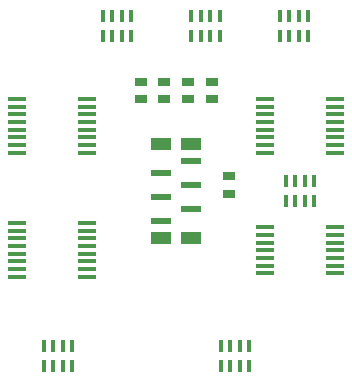
<source format=gbp>
G04 #@! TF.GenerationSoftware,KiCad,Pcbnew,(5.1.9)-1*
G04 #@! TF.CreationDate,2023-02-02T22:46:09+01:00*
G04 #@! TF.ProjectId,Leds,4c656473-2e6b-4696-9361-645f70636258,rev?*
G04 #@! TF.SameCoordinates,PXd59f80PYd59f80*
G04 #@! TF.FileFunction,Paste,Bot*
G04 #@! TF.FilePolarity,Positive*
%FSLAX46Y46*%
G04 Gerber Fmt 4.6, Leading zero omitted, Abs format (unit mm)*
G04 Created by KiCad (PCBNEW (5.1.9)-1) date 2023-02-02 22:46:09*
%MOMM*%
%LPD*%
G01*
G04 APERTURE LIST*
%ADD10R,1.000000X0.700000*%
%ADD11R,1.800000X1.000000*%
%ADD12R,1.800000X0.600000*%
%ADD13R,1.500000X0.400000*%
%ADD14R,0.400000X1.100000*%
G04 APERTURE END LIST*
D10*
X13000000Y-11750000D03*
X13000000Y-13250000D03*
X15000000Y-11750000D03*
X15000000Y-13250000D03*
X17000000Y-11750000D03*
X17000000Y-13250000D03*
X19000000Y-11750000D03*
X19000000Y-13250000D03*
X20500000Y-21250000D03*
X20500000Y-19750000D03*
D11*
X17250000Y-25000000D03*
X14750000Y-17000000D03*
X17250000Y-17000000D03*
X14750000Y-25000000D03*
D12*
X14750000Y-19500000D03*
X17250000Y-18500000D03*
X14750000Y-21500000D03*
X17250000Y-20500000D03*
X17250000Y-22500000D03*
X14750000Y-23500000D03*
D13*
X2550000Y-13210000D03*
X2550000Y-13860000D03*
X2550000Y-14510000D03*
X2550000Y-15160000D03*
X2550000Y-15810000D03*
X2550000Y-16460000D03*
X2550000Y-17110000D03*
X2550000Y-17760000D03*
X8450000Y-17760000D03*
X8450000Y-17110000D03*
X8450000Y-16460000D03*
X8450000Y-15810000D03*
X8450000Y-15160000D03*
X8450000Y-14510000D03*
X8450000Y-13860000D03*
X8450000Y-13210000D03*
X2550000Y-23710000D03*
X2550000Y-24360000D03*
X2550000Y-25010000D03*
X2550000Y-25660000D03*
X2550000Y-26310000D03*
X2550000Y-26960000D03*
X2550000Y-27610000D03*
X2550000Y-28260000D03*
X8450000Y-28260000D03*
X8450000Y-27610000D03*
X8450000Y-26960000D03*
X8450000Y-26310000D03*
X8450000Y-25660000D03*
X8450000Y-25010000D03*
X8450000Y-24360000D03*
X8450000Y-23710000D03*
X23550000Y-25375000D03*
X23550000Y-24725000D03*
X23550000Y-24075000D03*
X29450000Y-24075000D03*
X29450000Y-24725000D03*
X29450000Y-25375000D03*
X29450000Y-27975000D03*
X29450000Y-27325000D03*
X29450000Y-26675000D03*
X29450000Y-26025000D03*
X23550000Y-26025000D03*
X23550000Y-26675000D03*
X23550000Y-27325000D03*
X23550000Y-27975000D03*
X23550000Y-13210000D03*
X23550000Y-13860000D03*
X23550000Y-14510000D03*
X23550000Y-15160000D03*
X23550000Y-15810000D03*
X23550000Y-16460000D03*
X23550000Y-17110000D03*
X23550000Y-17760000D03*
X29450000Y-17760000D03*
X29450000Y-17110000D03*
X29450000Y-16460000D03*
X29450000Y-15810000D03*
X29450000Y-15160000D03*
X29450000Y-14510000D03*
X29450000Y-13860000D03*
X29450000Y-13210000D03*
D14*
X11400000Y-6150000D03*
X11400000Y-7850000D03*
X10600000Y-7850000D03*
X10600000Y-6150000D03*
X9800000Y-6150000D03*
X9800000Y-7850000D03*
X12200000Y-7850000D03*
X12200000Y-6150000D03*
X25600000Y-7850000D03*
X25600000Y-6150000D03*
X26400000Y-6150000D03*
X26400000Y-7850000D03*
X27200000Y-7850000D03*
X27200000Y-6150000D03*
X24800000Y-6150000D03*
X24800000Y-7850000D03*
X6400000Y-34150000D03*
X6400000Y-35850000D03*
X5600000Y-35850000D03*
X5600000Y-34150000D03*
X4800000Y-34150000D03*
X4800000Y-35850000D03*
X7200000Y-35850000D03*
X7200000Y-34150000D03*
X20600000Y-35850000D03*
X20600000Y-34150000D03*
X21400000Y-34150000D03*
X21400000Y-35850000D03*
X22200000Y-35850000D03*
X22200000Y-34150000D03*
X19800000Y-34150000D03*
X19800000Y-35850000D03*
X18100000Y-7850000D03*
X18100000Y-6150000D03*
X18900000Y-6150000D03*
X18900000Y-7850000D03*
X19700000Y-7850000D03*
X19700000Y-6150000D03*
X17300000Y-6150000D03*
X17300000Y-7850000D03*
X26900000Y-20150000D03*
X26900000Y-21850000D03*
X26100000Y-21850000D03*
X26100000Y-20150000D03*
X25300000Y-20150000D03*
X25300000Y-21850000D03*
X27700000Y-21850000D03*
X27700000Y-20150000D03*
M02*

</source>
